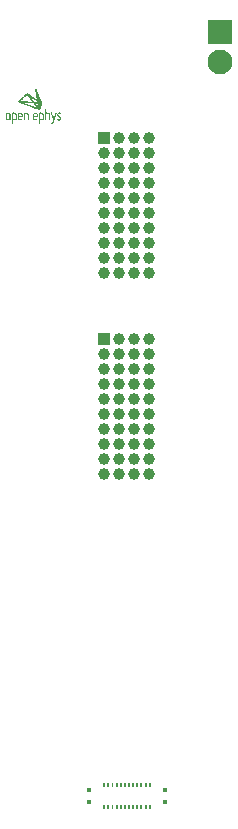
<source format=gbr>
%TF.GenerationSoftware,KiCad,Pcbnew,(6.0.0)*%
%TF.CreationDate,2022-08-13T16:18:09-04:00*%
%TF.ProjectId,eib-24-nanoz-adapter,6569622d-3234-42d6-9e61-6e6f7a2d6164,A*%
%TF.SameCoordinates,Original*%
%TF.FileFunction,Soldermask,Top*%
%TF.FilePolarity,Negative*%
%FSLAX46Y46*%
G04 Gerber Fmt 4.6, Leading zero omitted, Abs format (unit mm)*
G04 Created by KiCad (PCBNEW (6.0.0)) date 2022-08-13 16:18:09*
%MOMM*%
%LPD*%
G01*
G04 APERTURE LIST*
%ADD10C,2.100000*%
%ADD11R,2.100000X2.100000*%
%ADD12R,0.990000X0.990000*%
%ADD13C,0.990000*%
G04 APERTURE END LIST*
%TO.C,G\u002A\u002A\u002A*%
G36*
X130245693Y-102536919D02*
G01*
X130247422Y-102427061D01*
X130250380Y-102328336D01*
X130254567Y-102246584D01*
X130259983Y-102187644D01*
X130266628Y-102157354D01*
X130268002Y-102155347D01*
X130296539Y-102143726D01*
X130348080Y-102135979D01*
X130394359Y-102133987D01*
X130499714Y-102143572D01*
X130579730Y-102173979D01*
X130636555Y-102227692D01*
X130672336Y-102307193D01*
X130689220Y-102414964D01*
X130691242Y-102477201D01*
X130687718Y-102562123D01*
X130677753Y-102635230D01*
X130666004Y-102677056D01*
X130619652Y-102744089D01*
X130548710Y-102789447D01*
X130459215Y-102809603D01*
X130437988Y-102810305D01*
X130353440Y-102810371D01*
X130353440Y-102968663D01*
X130352250Y-103047591D01*
X130347941Y-103097630D01*
X130339405Y-103125436D01*
X130325535Y-103137662D01*
X130325285Y-103137759D01*
X130297841Y-103147066D01*
X130282160Y-103141073D01*
X130268002Y-103127204D01*
X130261128Y-103102900D01*
X130255483Y-103048856D01*
X130251067Y-102970913D01*
X130247880Y-102874909D01*
X130245922Y-102766682D01*
X130245521Y-102703574D01*
X130353440Y-102703574D01*
X130430137Y-102703574D01*
X130486622Y-102697817D01*
X130532698Y-102683484D01*
X130541384Y-102678321D01*
X130557650Y-102662146D01*
X130567907Y-102637401D01*
X130573476Y-102596538D01*
X130575679Y-102532009D01*
X130575935Y-102480988D01*
X130575279Y-102400454D01*
X130572217Y-102347473D01*
X130565111Y-102314008D01*
X130552323Y-102292022D01*
X130533914Y-102274847D01*
X130479501Y-102248683D01*
X130422667Y-102240785D01*
X130353440Y-102240785D01*
X130353440Y-102703574D01*
X130245521Y-102703574D01*
X130245193Y-102652073D01*
X130245693Y-102536919D01*
G37*
G36*
X132564740Y-102623210D02*
G01*
X132569488Y-102142887D01*
X132667386Y-102137161D01*
X132778444Y-102141017D01*
X132866736Y-102166074D01*
X132928768Y-102211285D01*
X132933425Y-102216914D01*
X132949294Y-102240983D01*
X132959830Y-102270110D01*
X132966086Y-102311716D01*
X132969115Y-102373218D01*
X132969972Y-102462037D01*
X132969979Y-102474299D01*
X132969644Y-102564238D01*
X132967679Y-102626209D01*
X132962647Y-102667841D01*
X132953108Y-102696766D01*
X132937624Y-102720612D01*
X132919570Y-102741630D01*
X132883226Y-102776071D01*
X132843614Y-102795061D01*
X132786322Y-102804772D01*
X132768274Y-102806413D01*
X132667386Y-102814780D01*
X132667386Y-102947242D01*
X132664981Y-103016969D01*
X132658650Y-103076095D01*
X132649723Y-103112597D01*
X132648960Y-103114134D01*
X132621577Y-103142170D01*
X132590271Y-103146600D01*
X132568631Y-103126048D01*
X132566513Y-103102877D01*
X132564932Y-103048987D01*
X132563925Y-102969257D01*
X132563532Y-102868565D01*
X132563789Y-102751787D01*
X132564145Y-102703574D01*
X132667386Y-102703574D01*
X132746475Y-102703574D01*
X132803408Y-102698767D01*
X132838452Y-102681187D01*
X132853272Y-102664014D01*
X132866647Y-102626589D01*
X132876170Y-102564988D01*
X132881284Y-102490482D01*
X132881434Y-102414340D01*
X132876062Y-102347832D01*
X132870329Y-102318603D01*
X132842586Y-102278739D01*
X132789480Y-102251168D01*
X132720473Y-102240785D01*
X132667386Y-102240785D01*
X132667386Y-102703574D01*
X132564145Y-102703574D01*
X132564734Y-102623803D01*
X132564740Y-102623210D01*
G37*
G36*
X134011845Y-102124205D02*
G01*
X134031241Y-102137446D01*
X134040241Y-102151134D01*
X134042924Y-102172222D01*
X134038211Y-102206136D01*
X134025020Y-102258306D01*
X134002272Y-102334159D01*
X133974963Y-102420224D01*
X133944707Y-102514603D01*
X133917122Y-102600920D01*
X133894617Y-102671614D01*
X133879603Y-102719126D01*
X133876133Y-102730273D01*
X133838821Y-102849816D01*
X133808779Y-102939988D01*
X133783490Y-103005647D01*
X133760432Y-103051648D01*
X133737089Y-103082849D01*
X133710940Y-103104105D01*
X133679466Y-103120274D01*
X133672249Y-103123351D01*
X133607648Y-103144821D01*
X133566849Y-103144128D01*
X133546002Y-103121864D01*
X133543577Y-103077312D01*
X133573305Y-103045606D01*
X133607010Y-103033690D01*
X133638339Y-103023043D01*
X133662526Y-103002169D01*
X133685552Y-102963363D01*
X133713396Y-102898917D01*
X133715345Y-102894082D01*
X133727592Y-102855669D01*
X133732819Y-102813982D01*
X133730101Y-102764068D01*
X133718514Y-102700975D01*
X133697134Y-102619747D01*
X133665035Y-102515433D01*
X133621293Y-102383077D01*
X133618327Y-102374282D01*
X133596411Y-102302806D01*
X133579490Y-102235541D01*
X133571272Y-102187386D01*
X133570854Y-102145469D01*
X133583032Y-102128182D01*
X133608627Y-102125088D01*
X133622657Y-102124982D01*
X133634024Y-102127481D01*
X133644573Y-102136804D01*
X133656150Y-102157175D01*
X133670604Y-102192813D01*
X133689779Y-102247941D01*
X133715523Y-102326780D01*
X133749682Y-102433551D01*
X133766246Y-102485435D01*
X133784407Y-102533964D01*
X133800344Y-102562346D01*
X133808328Y-102565533D01*
X133818191Y-102544331D01*
X133836166Y-102496153D01*
X133859756Y-102428006D01*
X133886463Y-102346894D01*
X133888284Y-102341226D01*
X133916049Y-102259797D01*
X133942488Y-102191373D01*
X133964719Y-102142837D01*
X133979862Y-102121077D01*
X133980547Y-102120747D01*
X134011845Y-102124205D01*
G37*
G36*
X134309225Y-102121624D02*
G01*
X134380656Y-102142473D01*
X134428446Y-102180248D01*
X134447251Y-102230578D01*
X134447344Y-102234644D01*
X134438831Y-102267090D01*
X134407143Y-102276366D01*
X134404749Y-102276384D01*
X134367836Y-102266442D01*
X134351909Y-102249685D01*
X134327288Y-102228610D01*
X134285327Y-102224081D01*
X134239811Y-102235368D01*
X134208204Y-102257309D01*
X134187196Y-102294885D01*
X134194946Y-102333255D01*
X134233276Y-102376170D01*
X134284572Y-102414534D01*
X134363465Y-102471938D01*
X134414966Y-102520888D01*
X134443992Y-102567870D01*
X134455463Y-102619368D01*
X134456244Y-102640841D01*
X134446046Y-102713108D01*
X134412624Y-102767083D01*
X134351734Y-102807356D01*
X134278248Y-102833400D01*
X134234524Y-102834677D01*
X134198159Y-102825808D01*
X134151028Y-102799816D01*
X134107873Y-102764337D01*
X134079297Y-102729093D01*
X134073553Y-102711550D01*
X134085974Y-102683081D01*
X134099895Y-102668271D01*
X134122561Y-102658224D01*
X134150646Y-102669140D01*
X134181358Y-102692791D01*
X134228487Y-102727402D01*
X134264521Y-102736815D01*
X134301724Y-102722699D01*
X134318786Y-102711464D01*
X134354686Y-102671283D01*
X134355741Y-102626242D01*
X134322216Y-102577367D01*
X134274171Y-102538561D01*
X134180409Y-102468646D01*
X134117994Y-102406815D01*
X134084725Y-102349243D01*
X134078401Y-102292102D01*
X134096821Y-102231565D01*
X134097179Y-102230811D01*
X134145791Y-102167385D01*
X134215166Y-102129229D01*
X134297508Y-102120355D01*
X134309225Y-102121624D01*
G37*
G36*
X129730723Y-102381480D02*
G01*
X129732455Y-102318669D01*
X129737044Y-102276857D01*
X129745883Y-102248745D01*
X129760366Y-102227031D01*
X129781573Y-102204728D01*
X129854417Y-102153869D01*
X129934083Y-102135595D01*
X130013770Y-102149869D01*
X130086675Y-102196650D01*
X130096679Y-102206544D01*
X130121028Y-102234217D01*
X130136725Y-102261767D01*
X130146086Y-102298148D01*
X130151428Y-102352317D01*
X130155026Y-102432112D01*
X130155711Y-102520997D01*
X130151674Y-102601062D01*
X130143612Y-102660631D01*
X130140706Y-102672120D01*
X130102800Y-102741189D01*
X130039491Y-102787822D01*
X129955074Y-102809218D01*
X129928920Y-102810305D01*
X129873491Y-102805309D01*
X129830746Y-102785075D01*
X129790974Y-102749853D01*
X129730455Y-102689334D01*
X129730455Y-102480212D01*
X129828353Y-102480212D01*
X129830710Y-102575051D01*
X129839514Y-102639515D01*
X129857359Y-102678620D01*
X129886841Y-102697379D01*
X129930555Y-102700810D01*
X129942117Y-102700024D01*
X129995342Y-102686502D01*
X130027387Y-102652836D01*
X130028817Y-102650175D01*
X130042513Y-102598921D01*
X130047843Y-102514034D01*
X130047026Y-102448484D01*
X130040912Y-102357398D01*
X130027643Y-102296393D01*
X130004370Y-102260210D01*
X129968244Y-102243592D01*
X129934507Y-102240785D01*
X129889336Y-102250239D01*
X129857891Y-102281114D01*
X129838499Y-102337181D01*
X129829490Y-102422211D01*
X129828353Y-102480212D01*
X129730455Y-102480212D01*
X129730455Y-102472590D01*
X129730723Y-102381480D01*
G37*
G36*
X130767766Y-102337540D02*
G01*
X130773280Y-102279037D01*
X130778844Y-102254143D01*
X130814826Y-102202836D01*
X130873280Y-102161043D01*
X130941107Y-102136945D01*
X130971138Y-102134054D01*
X131058552Y-102148222D01*
X131124256Y-102190037D01*
X131167154Y-102258123D01*
X131186152Y-102351105D01*
X131186444Y-102404496D01*
X131181121Y-102516678D01*
X131025375Y-102521821D01*
X130869628Y-102526964D01*
X130869901Y-102584120D01*
X130876707Y-102643171D01*
X130900921Y-102679269D01*
X130941329Y-102700544D01*
X130994164Y-102706164D01*
X131035881Y-102691243D01*
X131088473Y-102674235D01*
X131123479Y-102683700D01*
X131136611Y-102718424D01*
X131136622Y-102719805D01*
X131120255Y-102761588D01*
X131075194Y-102792309D01*
X131007500Y-102808621D01*
X130972746Y-102810371D01*
X130909841Y-102805008D01*
X130862392Y-102784286D01*
X130829860Y-102758473D01*
X130771731Y-102706575D01*
X130765938Y-102504829D01*
X130765189Y-102418781D01*
X130869628Y-102418781D01*
X131083223Y-102418781D01*
X131083223Y-102362333D01*
X131069722Y-102298163D01*
X131034016Y-102256930D01*
X130983295Y-102242512D01*
X130924754Y-102258789D01*
X130909188Y-102268493D01*
X130877560Y-102307466D01*
X130869628Y-102357491D01*
X130869628Y-102418781D01*
X130765189Y-102418781D01*
X130765163Y-102415842D01*
X130767766Y-102337540D01*
G37*
G36*
X131468453Y-102138226D02*
G01*
X131543841Y-102152507D01*
X131602309Y-102174573D01*
X131613499Y-102181728D01*
X131648282Y-102210841D01*
X131673078Y-102242567D01*
X131689380Y-102283176D01*
X131698681Y-102338939D01*
X131702477Y-102416127D01*
X131702259Y-102521011D01*
X131701752Y-102552277D01*
X131697309Y-102801472D01*
X131608311Y-102801472D01*
X131599411Y-102548648D01*
X131594123Y-102439291D01*
X131587011Y-102354650D01*
X131578480Y-102298461D01*
X131569810Y-102275192D01*
X131540422Y-102260763D01*
X131490742Y-102248671D01*
X131467926Y-102245410D01*
X131386743Y-102236260D01*
X131381830Y-102518866D01*
X131379753Y-102624997D01*
X131377303Y-102700770D01*
X131373728Y-102751424D01*
X131368278Y-102782198D01*
X131360201Y-102798330D01*
X131348747Y-102805059D01*
X131340585Y-102806672D01*
X131305216Y-102805481D01*
X131291636Y-102799256D01*
X131287569Y-102778184D01*
X131284046Y-102727464D01*
X131281297Y-102653045D01*
X131279549Y-102560875D01*
X131279019Y-102469552D01*
X131279019Y-102152465D01*
X131324340Y-102141090D01*
X131390502Y-102133748D01*
X131468453Y-102138226D01*
G37*
G36*
X132046686Y-102312357D02*
G01*
X132051816Y-102272397D01*
X132061626Y-102245235D01*
X132077630Y-102223271D01*
X132095518Y-102204728D01*
X132166276Y-102153513D01*
X132244630Y-102136186D01*
X132298161Y-102141516D01*
X132376216Y-102172874D01*
X132431131Y-102230609D01*
X132462073Y-102313353D01*
X132468208Y-102419737D01*
X132468166Y-102420492D01*
X132462691Y-102516678D01*
X132306944Y-102521821D01*
X132151198Y-102526964D01*
X132151198Y-102593909D01*
X132156566Y-102643539D01*
X132169765Y-102678849D01*
X132172557Y-102682214D01*
X132212049Y-102700003D01*
X132269185Y-102701280D01*
X132330050Y-102686005D01*
X132337739Y-102682697D01*
X132383206Y-102673132D01*
X132410142Y-102689670D01*
X132412585Y-102728066D01*
X132410718Y-102734680D01*
X132381606Y-102772710D01*
X132328963Y-102798081D01*
X132263113Y-102809129D01*
X132194383Y-102804187D01*
X132133101Y-102781592D01*
X132130301Y-102779896D01*
X132095930Y-102753375D01*
X132071889Y-102719341D01*
X132056470Y-102671448D01*
X132047960Y-102603346D01*
X132044651Y-102508689D01*
X132044400Y-102461073D01*
X132044553Y-102418781D01*
X132151198Y-102418781D01*
X132364793Y-102418781D01*
X132364793Y-102365382D01*
X132349905Y-102303664D01*
X132310939Y-102261255D01*
X132256443Y-102243221D01*
X132194963Y-102254626D01*
X132185627Y-102259211D01*
X132160656Y-102285455D01*
X132151465Y-102333996D01*
X132151198Y-102348209D01*
X132151198Y-102418781D01*
X132044553Y-102418781D01*
X132044719Y-102372716D01*
X132046686Y-102312357D01*
G37*
G36*
X133151661Y-101824024D02*
G01*
X133165107Y-101833274D01*
X133172775Y-101857239D01*
X133176929Y-101902915D01*
X133179781Y-101975819D01*
X133184889Y-102129143D01*
X133280542Y-102139015D01*
X133376903Y-102159176D01*
X133444384Y-102197532D01*
X133483423Y-102250772D01*
X133492061Y-102288670D01*
X133498602Y-102356847D01*
X133502686Y-102450029D01*
X133503966Y-102553115D01*
X133503966Y-102810371D01*
X133414968Y-102810371D01*
X133414968Y-102569268D01*
X133414669Y-102472001D01*
X133413093Y-102403680D01*
X133409217Y-102357652D01*
X133402023Y-102327265D01*
X133390489Y-102305866D01*
X133373595Y-102286802D01*
X133371278Y-102284475D01*
X133321815Y-102250871D01*
X133257543Y-102240788D01*
X133256033Y-102240785D01*
X133184478Y-102240785D01*
X133179576Y-102521128D01*
X133177564Y-102626596D01*
X133175255Y-102701751D01*
X133171817Y-102751880D01*
X133166418Y-102782264D01*
X133158225Y-102798188D01*
X133146408Y-102804936D01*
X133134545Y-102807170D01*
X133099577Y-102802563D01*
X133085293Y-102789092D01*
X133083027Y-102765521D01*
X133081323Y-102711300D01*
X133080224Y-102631377D01*
X133079774Y-102530698D01*
X133080016Y-102414208D01*
X133080922Y-102293905D01*
X133085676Y-101822495D01*
X133130175Y-101822495D01*
X133151661Y-101824024D01*
G37*
G36*
X130923027Y-101306911D02*
G01*
X130855392Y-101279545D01*
X130810400Y-101255334D01*
X130788625Y-101229863D01*
X130790641Y-101198716D01*
X130814388Y-101161597D01*
X131012713Y-101161597D01*
X131012789Y-101161708D01*
X131032099Y-101165106D01*
X131081955Y-101170273D01*
X131157371Y-101176796D01*
X131253361Y-101184260D01*
X131364938Y-101192251D01*
X131446324Y-101197719D01*
X131565662Y-101205876D01*
X131672836Y-101213861D01*
X131762845Y-101221247D01*
X131830685Y-101227609D01*
X131871355Y-101232518D01*
X131880915Y-101234786D01*
X131902102Y-101241191D01*
X131938327Y-101243790D01*
X131973328Y-101242395D01*
X131990839Y-101236820D01*
X131991002Y-101236051D01*
X131980823Y-101218346D01*
X131953899Y-101179947D01*
X131915645Y-101128018D01*
X131871481Y-101069724D01*
X131826821Y-101012228D01*
X131787084Y-100962696D01*
X131761498Y-100932516D01*
X131728016Y-100891927D01*
X131683897Y-100834618D01*
X131862034Y-100834618D01*
X131866450Y-100847238D01*
X131889634Y-100881177D01*
X131927386Y-100930555D01*
X131955175Y-100965017D01*
X132001580Y-101023242D01*
X132037838Y-101071945D01*
X132058910Y-101104186D01*
X132062200Y-101112358D01*
X132074404Y-101135827D01*
X132095914Y-101158166D01*
X132130181Y-101194175D01*
X132147237Y-101218498D01*
X132176982Y-101241134D01*
X132232698Y-101258959D01*
X132304842Y-101269645D01*
X132364793Y-101271560D01*
X132398517Y-101263454D01*
X132406236Y-101236632D01*
X132406112Y-101235109D01*
X132389662Y-101196224D01*
X132370513Y-101176686D01*
X132271365Y-101107339D01*
X132173659Y-101039818D01*
X132081870Y-100977133D01*
X132000474Y-100922296D01*
X131933947Y-100878316D01*
X131886764Y-100848206D01*
X131863401Y-100834975D01*
X131862034Y-100834618D01*
X131683897Y-100834618D01*
X131683123Y-100833613D01*
X131635674Y-100769119D01*
X131628416Y-100758970D01*
X131587813Y-100703817D01*
X131554516Y-100662057D01*
X131534070Y-100640525D01*
X131531100Y-100639023D01*
X131514741Y-100650982D01*
X131478729Y-100683664D01*
X131427565Y-100732531D01*
X131365747Y-100793045D01*
X131297776Y-100860669D01*
X131228151Y-100930864D01*
X131161372Y-100999093D01*
X131101940Y-101060819D01*
X131054352Y-101111503D01*
X131023110Y-101146608D01*
X131012713Y-101161597D01*
X130814388Y-101161597D01*
X130817023Y-101157478D01*
X130868342Y-101101734D01*
X130945174Y-101027069D01*
X130961400Y-101011620D01*
X131028877Y-100947307D01*
X131087853Y-100890853D01*
X131133143Y-100847243D01*
X131159560Y-100821457D01*
X131163321Y-100817635D01*
X131274536Y-100701781D01*
X131365335Y-100611830D01*
X131437880Y-100546162D01*
X131494336Y-100503159D01*
X131536866Y-100481202D01*
X131567634Y-100478672D01*
X131588804Y-100493951D01*
X131591190Y-100497524D01*
X131615770Y-100519238D01*
X131641189Y-100533100D01*
X131676479Y-100552236D01*
X131727677Y-100584274D01*
X131768507Y-100611802D01*
X131856700Y-100673054D01*
X131928258Y-100722173D01*
X131995583Y-100767621D01*
X132050415Y-100804160D01*
X132105568Y-100840834D01*
X132154436Y-100873441D01*
X132176175Y-100888017D01*
X132255640Y-100940839D01*
X132309993Y-100974693D01*
X132343156Y-100991210D01*
X132359050Y-100992022D01*
X132361597Y-100978759D01*
X132358042Y-100963665D01*
X132349454Y-100926143D01*
X132343349Y-100892313D01*
X132480721Y-100892313D01*
X132484576Y-100937079D01*
X132491730Y-100994814D01*
X132505431Y-101068129D01*
X132523943Y-101114758D01*
X132547529Y-101141265D01*
X132588233Y-101167477D01*
X132608342Y-101168287D01*
X132605754Y-101143683D01*
X132604940Y-101141661D01*
X132591860Y-101102761D01*
X132578074Y-101051957D01*
X132577720Y-101050487D01*
X132562583Y-101003990D01*
X132545306Y-100972488D01*
X132544172Y-100971278D01*
X132527166Y-100937580D01*
X132524989Y-100921106D01*
X132516255Y-100892159D01*
X132497653Y-100872198D01*
X132481355Y-100872885D01*
X132480721Y-100892313D01*
X132343349Y-100892313D01*
X132339872Y-100873044D01*
X132338027Y-100861317D01*
X132330420Y-100816818D01*
X132453791Y-100816818D01*
X132467336Y-100834101D01*
X132471590Y-100834618D01*
X132488873Y-100821073D01*
X132489390Y-100816818D01*
X132475845Y-100799536D01*
X132471590Y-100799019D01*
X132454308Y-100812564D01*
X132453791Y-100816818D01*
X132330420Y-100816818D01*
X132328360Y-100804768D01*
X132314512Y-100731618D01*
X132302939Y-100674422D01*
X132287225Y-100594025D01*
X132270543Y-100500438D01*
X132258285Y-100425228D01*
X132245688Y-100349230D01*
X132232190Y-100277586D01*
X132220683Y-100225633D01*
X132220542Y-100225088D01*
X132213325Y-100161095D01*
X132226517Y-100114377D01*
X132257395Y-100091138D01*
X132279631Y-100090405D01*
X132300463Y-100095345D01*
X132317332Y-100107105D01*
X132334260Y-100131922D01*
X132355269Y-100176033D01*
X132384381Y-100245672D01*
X132392271Y-100265031D01*
X132425277Y-100345436D01*
X132461383Y-100432295D01*
X132484618Y-100487526D01*
X132514996Y-100559392D01*
X132537502Y-100613601D01*
X132557420Y-100663303D01*
X132580031Y-100721647D01*
X132606176Y-100790119D01*
X132634772Y-100863470D01*
X132663513Y-100934420D01*
X132685439Y-100985914D01*
X132706706Y-101036153D01*
X132735119Y-101106744D01*
X132765458Y-101184655D01*
X132773841Y-101206675D01*
X132800877Y-101280728D01*
X132815902Y-101332257D01*
X132820564Y-101371615D01*
X132816510Y-101409154D01*
X132810353Y-101436012D01*
X132789050Y-101503909D01*
X132761695Y-101571206D01*
X132755525Y-101583883D01*
X132733610Y-101634227D01*
X132721577Y-101676227D01*
X132720784Y-101684729D01*
X132712907Y-101721637D01*
X132705135Y-101734387D01*
X132690236Y-101761121D01*
X132672290Y-101807026D01*
X132667216Y-101822495D01*
X132640499Y-101892105D01*
X132613373Y-101929107D01*
X132589558Y-101937196D01*
X132564560Y-101930840D01*
X132515418Y-101914773D01*
X132451231Y-101892023D01*
X132427091Y-101883116D01*
X132360084Y-101858259D01*
X132305372Y-101838190D01*
X132271913Y-101826187D01*
X132266895Y-101824502D01*
X132216456Y-101805854D01*
X132134555Y-101771502D01*
X132106699Y-101759381D01*
X132046313Y-101735586D01*
X131973844Y-101710562D01*
X131939764Y-101699985D01*
X131883148Y-101681683D01*
X131839667Y-101664723D01*
X131824066Y-101656399D01*
X131798175Y-101643461D01*
X131748633Y-101623737D01*
X131685697Y-101601286D01*
X131679509Y-101599197D01*
X131616273Y-101577087D01*
X131565841Y-101557851D01*
X131538241Y-101545333D01*
X131537112Y-101544592D01*
X131512119Y-101532682D01*
X131463823Y-101513799D01*
X131403616Y-101492355D01*
X131342639Y-101470576D01*
X131294587Y-101451629D01*
X131270119Y-101439761D01*
X131242809Y-101426465D01*
X131196574Y-101409416D01*
X131181121Y-101404422D01*
X131120333Y-101384052D01*
X131063685Y-101362939D01*
X131056524Y-101360021D01*
X131006036Y-101339558D01*
X130963029Y-101322573D01*
X131334856Y-101322573D01*
X131339682Y-101329408D01*
X131359117Y-101339092D01*
X131444621Y-101377158D01*
X131504303Y-101402039D01*
X131544373Y-101416083D01*
X131571044Y-101421633D01*
X131578655Y-101422004D01*
X131615161Y-101429800D01*
X131627000Y-101436862D01*
X131652471Y-101451008D01*
X131699197Y-101470991D01*
X131732908Y-101483726D01*
X131803746Y-101510822D01*
X131882024Y-101543083D01*
X131915881Y-101557866D01*
X131968872Y-101580749D01*
X132008326Y-101596174D01*
X132022678Y-101600299D01*
X132043827Y-101606756D01*
X132089757Y-101623805D01*
X132152371Y-101648386D01*
X132186797Y-101662298D01*
X132266082Y-101694179D01*
X132318086Y-101713633D01*
X132348239Y-101722276D01*
X132361973Y-101721728D01*
X132364793Y-101715315D01*
X132354561Y-101698189D01*
X132327634Y-101660705D01*
X132289668Y-101610214D01*
X132246318Y-101554069D01*
X132203240Y-101499620D01*
X132166087Y-101454219D01*
X132146851Y-101431997D01*
X132123272Y-101400974D01*
X132121172Y-101396068D01*
X132293595Y-101396068D01*
X132303534Y-101414037D01*
X132329681Y-101452200D01*
X132366530Y-101502546D01*
X132369243Y-101506154D01*
X132444891Y-101606576D01*
X132450373Y-101521807D01*
X132449449Y-101465236D01*
X132441532Y-101426917D01*
X132564574Y-101426917D01*
X132569148Y-101453687D01*
X132580901Y-101504193D01*
X132591285Y-101553128D01*
X132602461Y-101608900D01*
X132634457Y-101537701D01*
X132654296Y-101489440D01*
X132665802Y-101453516D01*
X132666919Y-101446274D01*
X132651769Y-101429928D01*
X132614503Y-101418293D01*
X132612787Y-101418031D01*
X132575641Y-101415168D01*
X132564574Y-101426917D01*
X132441532Y-101426917D01*
X132440566Y-101422242D01*
X132434844Y-101411721D01*
X132410047Y-101398079D01*
X132370159Y-101388785D01*
X132328805Y-101385349D01*
X132299612Y-101389282D01*
X132293595Y-101396068D01*
X132121172Y-101396068D01*
X132115599Y-101383049D01*
X132099537Y-101374996D01*
X132058263Y-101369752D01*
X132021684Y-101368605D01*
X131956063Y-101366426D01*
X131872724Y-101360701D01*
X131789231Y-101352647D01*
X131785840Y-101352259D01*
X131698829Y-101343307D01*
X131595609Y-101334253D01*
X131495527Y-101326765D01*
X131474814Y-101325429D01*
X131398242Y-101321077D01*
X131352983Y-101319961D01*
X131334856Y-101322573D01*
X130963029Y-101322573D01*
X130943793Y-101314976D01*
X130923027Y-101306911D01*
G37*
%TO.C,J2*%
G36*
X139745000Y-158870000D02*
G01*
X139905000Y-158870000D01*
X139905000Y-159230000D01*
X139745000Y-159230000D01*
X139745000Y-158870000D01*
G37*
G36*
X138345000Y-158870000D02*
G01*
X138505000Y-158870000D01*
X138505000Y-159230000D01*
X138345000Y-159230000D01*
X138345000Y-158870000D01*
G37*
G36*
X137995000Y-158870000D02*
G01*
X138155000Y-158870000D01*
X138155000Y-159230000D01*
X137995000Y-159230000D01*
X137995000Y-158870000D01*
G37*
G36*
X139745000Y-160770000D02*
G01*
X139905000Y-160770000D01*
X139905000Y-161130000D01*
X139745000Y-161130000D01*
X139745000Y-160770000D01*
G37*
G36*
X137995000Y-160770000D02*
G01*
X138155000Y-160770000D01*
X138155000Y-161130000D01*
X137995000Y-161130000D01*
X137995000Y-160770000D01*
G37*
G36*
X140445000Y-158870000D02*
G01*
X140605000Y-158870000D01*
X140605000Y-159230000D01*
X140445000Y-159230000D01*
X140445000Y-158870000D01*
G37*
G36*
X138695000Y-160770000D02*
G01*
X138855000Y-160770000D01*
X138855000Y-161130000D01*
X138695000Y-161130000D01*
X138695000Y-160770000D01*
G37*
G36*
X141145000Y-158870000D02*
G01*
X141305000Y-158870000D01*
X141305000Y-159230000D01*
X141145000Y-159230000D01*
X141145000Y-158870000D01*
G37*
G36*
X140445000Y-160770000D02*
G01*
X140605000Y-160770000D01*
X140605000Y-161130000D01*
X140445000Y-161130000D01*
X140445000Y-160770000D01*
G37*
G36*
X141845000Y-160770000D02*
G01*
X142005000Y-160770000D01*
X142005000Y-161130000D01*
X141845000Y-161130000D01*
X141845000Y-160770000D01*
G37*
G36*
X140095000Y-158870000D02*
G01*
X140255000Y-158870000D01*
X140255000Y-159230000D01*
X140095000Y-159230000D01*
X140095000Y-158870000D01*
G37*
G36*
X139395000Y-158870000D02*
G01*
X139555000Y-158870000D01*
X139555000Y-159230000D01*
X139395000Y-159230000D01*
X139395000Y-158870000D01*
G37*
G36*
X140795000Y-158870000D02*
G01*
X140955000Y-158870000D01*
X140955000Y-159230000D01*
X140795000Y-159230000D01*
X140795000Y-158870000D01*
G37*
G36*
X140095000Y-160770000D02*
G01*
X140255000Y-160770000D01*
X140255000Y-161130000D01*
X140095000Y-161130000D01*
X140095000Y-160770000D01*
G37*
G36*
X139395000Y-160770000D02*
G01*
X139555000Y-160770000D01*
X139555000Y-161130000D01*
X139395000Y-161130000D01*
X139395000Y-160770000D01*
G37*
G36*
X136615000Y-159342500D02*
G01*
X136975000Y-159342500D01*
X136975000Y-159692500D01*
X136615000Y-159692500D01*
X136615000Y-159342500D01*
G37*
G36*
X139045000Y-160770000D02*
G01*
X139205000Y-160770000D01*
X139205000Y-161130000D01*
X139045000Y-161130000D01*
X139045000Y-160770000D01*
G37*
G36*
X141495000Y-160770000D02*
G01*
X141655000Y-160770000D01*
X141655000Y-161130000D01*
X141495000Y-161130000D01*
X141495000Y-160770000D01*
G37*
G36*
X143025000Y-159342500D02*
G01*
X143385000Y-159342500D01*
X143385000Y-159692500D01*
X143025000Y-159692500D01*
X143025000Y-159342500D01*
G37*
G36*
X138345000Y-160770000D02*
G01*
X138505000Y-160770000D01*
X138505000Y-161130000D01*
X138345000Y-161130000D01*
X138345000Y-160770000D01*
G37*
G36*
X139045000Y-158870000D02*
G01*
X139205000Y-158870000D01*
X139205000Y-159230000D01*
X139045000Y-159230000D01*
X139045000Y-158870000D01*
G37*
G36*
X141145000Y-160770000D02*
G01*
X141305000Y-160770000D01*
X141305000Y-161130000D01*
X141145000Y-161130000D01*
X141145000Y-160770000D01*
G37*
G36*
X141845000Y-158870000D02*
G01*
X142005000Y-158870000D01*
X142005000Y-159230000D01*
X141845000Y-159230000D01*
X141845000Y-158870000D01*
G37*
G36*
X140795000Y-160770000D02*
G01*
X140955000Y-160770000D01*
X140955000Y-161130000D01*
X140795000Y-161130000D01*
X140795000Y-160770000D01*
G37*
G36*
X143025000Y-160312500D02*
G01*
X143385000Y-160312500D01*
X143385000Y-160652500D01*
X143025000Y-160652500D01*
X143025000Y-160312500D01*
G37*
G36*
X138695000Y-158870000D02*
G01*
X138855000Y-158870000D01*
X138855000Y-159230000D01*
X138695000Y-159230000D01*
X138695000Y-158870000D01*
G37*
G36*
X141495000Y-158870000D02*
G01*
X141655000Y-158870000D01*
X141655000Y-159230000D01*
X141495000Y-159230000D01*
X141495000Y-158870000D01*
G37*
G36*
X136615000Y-160312500D02*
G01*
X136975000Y-160312500D01*
X136975000Y-160652500D01*
X136615000Y-160652500D01*
X136615000Y-160312500D01*
G37*
%TD*%
D10*
%TO.C,J1*%
X147850000Y-97870000D03*
D11*
X147850000Y-95330000D03*
%TD*%
D12*
%TO.C,J4*%
X138095000Y-121285000D03*
D13*
X138095000Y-122555000D03*
X138095000Y-123825000D03*
X138095000Y-125095000D03*
X138095000Y-126365000D03*
X138095000Y-127635000D03*
X138095000Y-128905000D03*
X138095000Y-130175000D03*
X138095000Y-131445000D03*
X138095000Y-132715000D03*
X139365000Y-121285000D03*
X139365000Y-122555000D03*
X139365000Y-123825000D03*
X139365000Y-125095000D03*
X139365000Y-126365000D03*
X139365000Y-127635000D03*
X139365000Y-128905000D03*
X139365000Y-130175000D03*
X139365000Y-131445000D03*
X139365000Y-132715000D03*
X140635000Y-121285000D03*
X140635000Y-122555000D03*
X140635000Y-123825000D03*
X140635000Y-125095000D03*
X140635000Y-126365000D03*
X140635000Y-127635000D03*
X140635000Y-128905000D03*
X140635000Y-130175000D03*
X140635000Y-131445000D03*
X140635000Y-132715000D03*
X141905000Y-121285000D03*
X141905000Y-122555000D03*
X141905000Y-123825000D03*
X141905000Y-125095000D03*
X141905000Y-126365000D03*
X141905000Y-127635000D03*
X141905000Y-128905000D03*
X141905000Y-130175000D03*
X141905000Y-131445000D03*
X141905000Y-132715000D03*
%TD*%
%TO.C,J3*%
X141905000Y-115715000D03*
X141905000Y-114445000D03*
X141905000Y-113175000D03*
X141905000Y-111905000D03*
X141905000Y-110635000D03*
X141905000Y-109365000D03*
X141905000Y-108095000D03*
X141905000Y-106825000D03*
X141905000Y-105555000D03*
X141905000Y-104285000D03*
X140635000Y-115715000D03*
X140635000Y-114445000D03*
X140635000Y-113175000D03*
X140635000Y-111905000D03*
X140635000Y-110635000D03*
X140635000Y-109365000D03*
X140635000Y-108095000D03*
X140635000Y-106825000D03*
X140635000Y-105555000D03*
X140635000Y-104285000D03*
X139365000Y-115715000D03*
X139365000Y-114445000D03*
X139365000Y-113175000D03*
X139365000Y-111905000D03*
X139365000Y-110635000D03*
X139365000Y-109365000D03*
X139365000Y-108095000D03*
X139365000Y-106825000D03*
X139365000Y-105555000D03*
X139365000Y-104285000D03*
X138095000Y-115715000D03*
X138095000Y-114445000D03*
X138095000Y-113175000D03*
X138095000Y-111905000D03*
X138095000Y-110635000D03*
X138095000Y-109365000D03*
X138095000Y-108095000D03*
X138095000Y-106825000D03*
X138095000Y-105555000D03*
D12*
X138095000Y-104285000D03*
%TD*%
M02*

</source>
